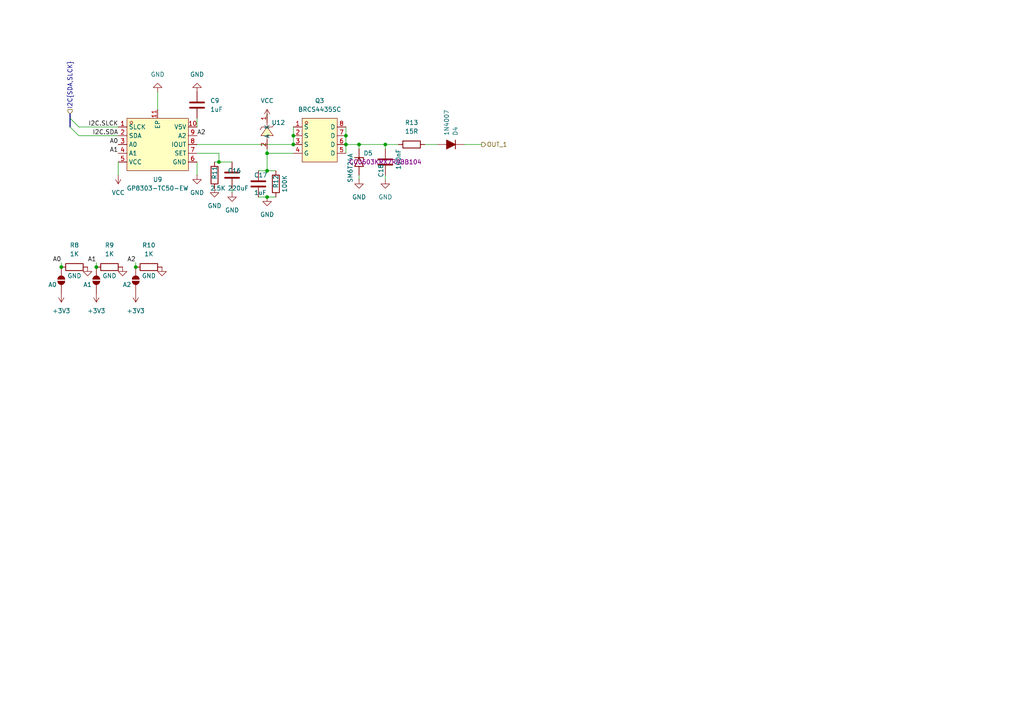
<source format=kicad_sch>
(kicad_sch (version 20250114) (generator "eeschema") (generator_version "9.0")
  (paper "A4")
  (lib_symbols
    (symbol "Diode:SM6T24A" (pin_numbers (hide yes)) (pin_names (offset 1.016) (hide yes))
      (property "Reference" "D" (at 0 2.54 0))
      (property "Value" "SM6T24A" (at 0 -2.54 0))
      (symbol "SM6T24A_0_1"
        (polyline (pts (xy -0.762 1.27) (xy -1.27 1.27) (xy -1.27 -1.27)) (stroke (width 0.254)))
        (polyline (pts (xy 1.27 1.27) (xy 1.27 -1.27) (xy -1.27 0) (xy 1.27 1.27)) (stroke (width 0.254)))
      )
      (symbol "SM6T24A_1_1"
        (pin passive line (at -3.81 0 0) (length 2.54) (name "A1") (number "1"))
        (pin passive line (at 3.81 0 180) (length 2.54) (name "A2") (number "2"))
      )
    )
    (symbol "Jumper:SolderJumper_2_Open" (pin_numbers (hide yes)) (pin_names (offset 0) (hide yes)) (exclude_from_sim yes) (in_bom no)
      (property "Reference" "JP" (at 0 2.032 0))
      (property "Value" "SolderJumper_2_Open" (at 0 -2.54 0))
      (symbol "SolderJumper_2_Open_0_1"
        (polyline (pts (xy -0.254 1.016) (xy -0.254 -1.016)))
        (arc (start -0.254 -1.016) (mid -1.2656 0) (end -0.254 1.016))
        (arc (start -0.254 -1.016) (mid -1.2656 0) (end -0.254 1.016) (fill (type outline)))
        (arc (start 0.254 1.016) (mid 1.2656 0) (end 0.254 -1.016))
        (arc (start 0.254 1.016) (mid 1.2656 0) (end 0.254 -1.016) (fill (type outline)))
        (polyline (pts (xy 0.254 1.016) (xy 0.254 -1.016)))
      )
      (symbol "SolderJumper_2_Open_1_1"
        (pin passive line (at -3.81 0 0) (length 2.54) (name "A") (number "1"))
        (pin passive line (at 3.81 0 180) (length 2.54) (name "B") (number "2"))
      )
    )
    (symbol "PCM_Capacitor_AKL:C_0603" (pin_numbers (hide yes)) (pin_names (offset 0.254))
      (property "Reference" "C" (at 0.635 2.54 0))
      (property "Value" "C_0603" (at 0.635 -2.54 0))
      (symbol "C_0603_0_1"
        (polyline (pts (xy -2.032 0.762) (xy 2.032 0.762)) (stroke (width 0.508)))
        (polyline (pts (xy -2.032 -0.762) (xy 2.032 -0.762)) (stroke (width 0.508)))
      )
      (symbol "C_0603_0_2"
        (polyline (pts (xy -2.54 -2.54) (xy -0.381 -0.381)))
        (polyline (pts (xy -0.508 -0.508) (xy -1.651 0.635)) (stroke (width 0.508)))
        (polyline (pts (xy -0.508 -0.508) (xy 0.635 -1.651)) (stroke (width 0.508)))
        (polyline (pts (xy 0.381 0.381) (xy 2.54 2.54)))
        (polyline (pts (xy 0.508 0.508) (xy -0.635 1.651)) (stroke (width 0.508)))
        (polyline (pts (xy 0.508 0.508) (xy 1.651 -0.635)) (stroke (width 0.508)))
      )
      (symbol "C_0603_1_1"
        (pin passive line (at 0 3.81 270) (length 2.794) (name "~") (number "1"))
        (pin passive line (at 0 -3.81 90) (length 2.794) (name "~") (number "2"))
      )
      (symbol "C_0603_1_2"
        (pin passive line (at -2.54 -2.54 90) (length 0) (name "~") (number "2"))
        (pin passive line (at 2.54 2.54 270) (length 0) (name "~") (number "1"))
      )
    )
    (symbol "PCM_Diode_AKL:1N4007" (pin_numbers (hide yes)) (pin_names (offset 1.016) (hide yes))
      (property "Reference" "D" (at 0 5.08 0))
      (property "Value" "1N4007" (at 0 2.54 0))
      (symbol "1N4007_0_1"
        (polyline (pts (xy -1.27 1.27) (xy -1.27 -1.27) (xy 1.27 0) (xy -1.27 1.27)) (stroke (width 0.254)) (fill (type outline)))
        (polyline (pts (xy -1.27 0) (xy 1.27 0)))
        (polyline (pts (xy 1.27 1.27) (xy 1.27 -1.27)) (stroke (width 0.254)))
      )
      (symbol "1N4007_0_2"
        (polyline (pts (xy -2.54 -2.54) (xy 2.54 2.54)))
        (polyline (pts (xy -0.889 -0.889) (xy -1.778 0) (xy 0.889 0.889) (xy 0 -1.778) (xy -0.889 -0.889)) (stroke (width 0.254)) (fill (type outline)))
        (polyline (pts (xy 0 1.778) (xy 1.778 0)) (stroke (width 0.254)))
      )
      (symbol "1N4007_1_1"
        (pin passive line (at -3.81 0 0) (length 2.54) (name "A") (number "2"))
        (pin passive line (at 3.81 0 180) (length 2.54) (name "K") (number "1"))
      )
      (symbol "1N4007_1_2"
        (pin passive line (at -2.54 -2.54 0) (length 0) (name "A") (number "2"))
        (pin passive line (at 2.54 2.54 180) (length 0) (name "K") (number "1"))
      )
    )
    (symbol "PCM_Resistor_AKL:R_0603" (pin_numbers (hide yes)) (pin_names (offset 0))
      (property "Reference" "R" (at 2.54 1.27 0))
      (property "Value" "R_0603" (at 2.54 -1.27 0))
      (symbol "R_0603_0_1"
        (rectangle (start -1.016 2.54) (end 1.016 -2.54) (stroke (width 0.254)))
      )
      (symbol "R_0603_0_2"
        (polyline (pts (xy -2.54 -2.54) (xy -1.524 -1.524)))
        (polyline (pts (xy 1.524 1.524) (xy 2.54 2.54)))
        (polyline (pts (xy 1.524 1.524) (xy 0.889 2.159) (xy -2.159 -0.889) (xy -0.889 -2.159) (xy 2.159 0.889) (xy 1.524 1.524)) (stroke (width 0.254)))
      )
      (symbol "R_0603_1_1"
        (pin passive line (at 0 3.81 270) (length 1.27) (name "~") (number "1"))
        (pin passive line (at 0 -3.81 90) (length 1.27) (name "~") (number "2"))
      )
      (symbol "R_0603_1_2"
        (pin passive line (at -2.54 -2.54 0) (length 0) (name "") (number "2"))
        (pin passive line (at 2.54 2.54 180) (length 0) (name "") (number "1"))
      )
    )
    (symbol "PCM_Resistor_AKL:R_1206" (pin_numbers (hide yes)) (pin_names (offset 0))
      (property "Reference" "R" (at 2.54 1.27 0))
      (property "Value" "R_1206" (at 2.54 -1.27 0))
      (symbol "R_1206_0_1"
        (rectangle (start -1.016 2.54) (end 1.016 -2.54) (stroke (width 0.254)))
      )
      (symbol "R_1206_0_2"
        (polyline (pts (xy -2.54 -2.54) (xy -1.524 -1.524)))
        (polyline (pts (xy 1.524 1.524) (xy 2.54 2.54)))
        (polyline (pts (xy 1.524 1.524) (xy 0.889 2.159) (xy -2.159 -0.889) (xy -0.889 -2.159) (xy 2.159 0.889) (xy 1.524 1.524)) (stroke (width 0.254)))
      )
      (symbol "R_1206_1_1"
        (pin passive line (at 0 3.81 270) (length 1.27) (name "~") (number "1"))
        (pin passive line (at 0 -3.81 90) (length 1.27) (name "~") (number "2"))
      )
      (symbol "R_1206_1_2"
        (pin passive line (at -2.54 -2.54 0) (length 0) (name "") (number "2"))
        (pin passive line (at 2.54 2.54 180) (length 0) (name "") (number "1"))
      )
    )
    (symbol "easyeda2kicad:BRCS4435SC"
      (property "Reference" "Q" (at 0 10.16 0))
      (property "Value" "BRCS4435SC" (at 0 -7.62 0))
      (symbol "BRCS4435SC_0_1"
        (rectangle (start -5.08 7.62) (end 5.08 -5.08) (fill (type background)))
        (circle (center -3.81 6.35) (radius 0.38))
        (pin unspecified line (at -7.62 5.08 0) (length 2.54) (name "S") (number "1"))
        (pin unspecified line (at -7.62 2.54 0) (length 2.54) (name "S") (number "2"))
        (pin unspecified line (at -7.62 0 0) (length 2.54) (name "S") (number "3"))
        (pin unspecified line (at -7.62 -2.54 0) (length 2.54) (name "G") (number "4"))
        (pin unspecified line (at 7.62 5.08 180) (length 2.54) (name "D") (number "8"))
        (pin unspecified line (at 7.62 2.54 180) (length 2.54) (name "D") (number "7"))
        (pin unspecified line (at 7.62 0 180) (length 2.54) (name "D") (number "6"))
        (pin unspecified line (at 7.62 -2.54 180) (length 2.54) (name "D") (number "5"))
      )
    )
    (symbol "easyeda2kicad:GP8303-TC50-EW"
      (property "Reference" "U" (at 0 15.24 0))
      (property "Value" "GP8303-TC50-EW" (at 0 -10.16 0))
      (symbol "GP8303-TC50-EW_0_1"
        (rectangle (start -8.89 7.62) (end 8.89 -7.62) (fill (type background)))
        (circle (center -7.62 6.35) (radius 0.38))
        (pin unspecified line (at -11.43 5.08 0) (length 2.54) (name "SLCK") (number "1"))
        (pin unspecified line (at -11.43 2.54 0) (length 2.54) (name "SDA") (number "2"))
        (pin unspecified line (at -11.43 0 0) (length 2.54) (name "A0") (number "3"))
        (pin unspecified line (at -11.43 -2.54 0) (length 2.54) (name "A1") (number "4"))
        (pin unspecified line (at -11.43 -5.08 0) (length 2.54) (name "VCC") (number "5"))
        (pin unspecified line (at 0 10.16 270) (length 2.54) (name "EP") (number "11"))
        (pin unspecified line (at 11.43 5.08 180) (length 2.54) (name "V5V") (number "10"))
        (pin unspecified line (at 11.43 2.54 180) (length 2.54) (name "A2") (number "9"))
        (pin unspecified line (at 11.43 0 180) (length 2.54) (name "IOUT") (number "8"))
        (pin unspecified line (at 11.43 -2.54 180) (length 2.54) (name "SET") (number "7"))
        (pin unspecified line (at 11.43 -5.08 180) (length 2.54) (name "GND") (number "6"))
      )
    )
    (symbol "easyeda2kicad:ZMM12V_C5345999"
      (property "Reference" "U" (at 0 5.08 0))
      (property "Value" "ZMM12V_C5345999" (at 0 -5.08 0))
      (symbol "ZMM12V_C5345999_0_1"
        (polyline (pts (xy -2.03 2.03) (xy -1.27 1.52) (xy -1.27 -1.52) (xy -0.51 -2.03)))
        (polyline (pts (xy -1.27 0) (xy -2.54 0)))
        (polyline (pts (xy 1.27 1.78) (xy -1.27 0) (xy 1.27 -1.78) (xy 1.27 1.78)) (fill (type background)))
        (polyline (pts (xy 2.54 0) (xy 1.27 0)))
        (pin unspecified line (at -5.08 0 0) (length 2.54) (name "K") (number "1"))
        (pin unspecified line (at 5.08 0 180) (length 2.54) (name "A") (number "2"))
      )
    )
    (symbol "power:+3V3" (power) (pin_numbers (hide yes)) (pin_names (offset 0) (hide yes))
      (property "Value" "+3V3" (at 0 3.556 0))
      (symbol "+3V3_0_1"
        (polyline (pts (xy -0.762 1.27) (xy 0 2.54)))
        (polyline (pts (xy 0 2.54) (xy 0.762 1.27)))
        (polyline (pts (xy 0 0) (xy 0 2.54)))
      )
      (symbol "+3V3_1_1"
        (pin power_in line (at 0 0 90) (length 0) (name "~") (number "1"))
      )
    )
    (symbol "power:GND" (power) (pin_numbers (hide yes)) (pin_names (offset 0) (hide yes))
      (property "Value" "GND" (at 0 -3.81 0))
      (symbol "GND_0_1"
        (polyline (pts (xy 0 0) (xy 0 -1.27) (xy 1.27 -1.27) (xy 0 -2.54) (xy -1.27 -1.27) (xy 0 -1.27)))
      )
      (symbol "GND_1_1"
        (pin power_in line (at 0 0 270) (length 0) (name "~") (number "1"))
      )
    )
    (symbol "power:VCC" (power) (pin_numbers (hide yes)) (pin_names (offset 0) (hide yes))
      (property "Value" "VCC" (at 0 3.556 0))
      (symbol "VCC_0_1"
        (polyline (pts (xy -0.762 1.27) (xy 0 2.54)))
        (polyline (pts (xy 0 2.54) (xy 0.762 1.27)))
        (polyline (pts (xy 0 0) (xy 0 2.54)))
      )
      (symbol "VCC_1_1"
        (pin power_in line (at 0 0 90) (length 0) (name "~") (number "1"))
      )
    )
  )
  (junction (at 17.78 77.47))
  (junction (at 111.76 41.91))
  (junction (at 104.14 41.91))
  (junction (at 39.37 77.47))
  (junction (at 100.33 41.91))
  (junction (at 85.09 41.91))
  (junction (at 77.47 44.45))
  (junction (at 77.47 57.15))
  (junction (at 77.47 49.53))
  (junction (at 100.33 39.37))
  (junction (at 27.94 77.47))
  (junction (at 63.5 46.99))
  (junction (at 85.09 39.37))
  (bus_entry (at 20.32 36.83) (size 2.54 2.54))
  (bus_entry (at 20.32 34.29) (size 2.54 2.54))
  (wire (pts (xy 104.14 52.07) (xy 104.14 50.8)))
  (wire (pts (xy 77.47 49.53) (xy 80.01 49.53)))
  (wire (pts (xy 34.29 46.99) (xy 34.29 50.8)))
  (wire (pts (xy 57.15 44.45) (xy 63.5 44.45)))
  (wire (pts (xy 134.62 41.91) (xy 139.7 41.91)))
  (bus (pts (xy 20.32 34.29) (xy 20.32 36.83)))
  (wire (pts (xy 115.57 41.91) (xy 111.76 41.91)))
  (wire (pts (xy 77.47 57.15) (xy 80.01 57.15)))
  (wire (pts (xy 63.5 46.99) (xy 63.5 44.45)))
  (wire (pts (xy 77.47 57.15) (xy 74.93 57.15)))
  (wire (pts (xy 45.72 26.67) (xy 45.72 31.75)))
  (wire (pts (xy 104.14 43.18) (xy 104.14 41.91)))
  (wire (pts (xy 22.86 39.37) (xy 34.29 39.37)))
  (wire (pts (xy 77.47 43.18) (xy 77.47 44.45)))
  (wire (pts (xy 17.78 76.2) (xy 17.78 77.47)))
  (wire (pts (xy 111.76 41.91) (xy 111.76 43.18)))
  (bus (pts (xy 20.32 33.02) (xy 20.32 34.29)))
  (wire (pts (xy 74.93 49.53) (xy 77.47 49.53)))
  (wire (pts (xy 39.37 76.2) (xy 39.37 77.47)))
  (wire (pts (xy 77.47 33.02) (xy 77.47 34.29)))
  (wire (pts (xy 63.5 46.99) (xy 67.31 46.99)))
  (wire (pts (xy 127 41.91) (xy 123.19 41.91)))
  (wire (pts (xy 22.86 36.83) (xy 34.29 36.83)))
  (wire (pts (xy 100.33 41.91) (xy 100.33 44.45)))
  (wire (pts (xy 85.09 39.37) (xy 85.09 41.91)))
  (wire (pts (xy 100.33 36.83) (xy 100.33 39.37)))
  (wire (pts (xy 100.33 41.91) (xy 104.14 41.91)))
  (wire (pts (xy 77.47 44.45) (xy 85.09 44.45)))
  (wire (pts (xy 104.14 41.91) (xy 111.76 41.91)))
  (wire (pts (xy 111.76 52.07) (xy 111.76 50.8)))
  (wire (pts (xy 67.31 54.61) (xy 67.31 55.88)))
  (wire (pts (xy 27.94 76.2) (xy 27.94 77.47)))
  (wire (pts (xy 77.47 44.45) (xy 77.47 49.53)))
  (wire (pts (xy 63.5 46.99) (xy 62.23 46.99)))
  (wire (pts (xy 100.33 39.37) (xy 100.33 41.91)))
  (wire (pts (xy 57.15 34.29) (xy 57.15 36.83)))
  (wire (pts (xy 85.09 36.83) (xy 85.09 39.37)))
  (wire (pts (xy 57.15 41.91) (xy 85.09 41.91)))
  (wire (pts (xy 57.15 50.8) (xy 57.15 46.99)))
  (label "I2C.SDA" (at 34.29 39.37 180))
  (label "A1" (at 27.94 76.2 180))
  (label "A1" (at 34.29 44.45 180))
  (label "A0" (at 34.29 41.91 180))
  (label "A2" (at 39.37 76.2 180))
  (label "I2C.SLCK" (at 34.29 36.83 180))
  (label "A2" (at 57.15 39.37 0))
  (label "A0" (at 17.78 76.2 180))
  (hierarchical_label "I2C{SDA,SLCK}" (shape input) (at 20.32 33.02 90))
  (hierarchical_label "OUT_1" (shape output) (at 139.7 41.91 0))
  (symbol (lib_id "power:GND") (at 111.76 52.07 0) (unit 1)
    (property "Reference" "#PWR074" (effects (hide yes)))
    (property "Value" "GND" (at 111.76 57.15 0))
    (property "Description" "Power symbol creates a global label with name \"GND\" , ground" (effects (hide yes)))
  )
  (symbol (lib_id "easyeda2kicad:BRCS4435SC") (at 92.71 41.91 0) (unit 1)
    (property "Reference" "Q3" (at 92.71 29.21 0))
    (property "Value" "BRCS4435SC" (at 92.71 31.75 0))
    (property "Footprint" "easyeda2kicad:SOP-8_L5.0-W4.0-P1.27-LS6.0-BL" (effects (hide yes)))
    (property "Datasheet" "https://lcsc.com/product-detail/MOSFET_BLUE-ROCKET-BRCS4435SC_C328568.html" (effects (hide yes)))
    (property "LCSC Part" "C328568" (effects (hide yes)))
  )
  (symbol (lib_id "PCM_Diode_AKL:1N4007") (at 130.81 41.91 0) (mirror x) (unit 1)
    (property "Reference" "D4" (at 132.0801 39.37 90) (effects (justify right)))
    (property "Value" "1N4007" (at 129.5401 39.37 90) (effects (justify right)))
    (property "Footprint" "Diode_SMD:D_SOD-123F" (effects (hide yes)))
    (property "Datasheet" "https://www.tme.eu/Document/5f8ffc5ac30fc86bac97d66040bf5502/1n400x.pdf" (effects (hide yes)))
    (property "Description" "DO-41 Diode, Rectifier, 1000V, 1A, Alternate KiCad Library" (effects (hide yes)))
    (property "PART NUMBERT" "1N4007W 46MIL" (effects (hide yes)))
  )
  (symbol (lib_id "PCM_Capacitor_AKL:C_0603") (at 57.15 30.48 0) (unit 1)
    (property "Reference" "C9" (at 60.96 29.2099 0) (effects (justify left)))
    (property "Value" "1uF" (at 60.96 31.7499 0) (effects (justify left)))
    (property "Footprint" "PCM_Capacitor_SMD_AKL:C_0603_1608Metric" (effects (hide yes)))
    (property "Description" "SMD 0603 MLCC capacitor, Alternate KiCad Library" (effects (hide yes)))
    (property "PART NUMBERT" "CL10A105KB8NNNC" (effects (hide yes)))
  )
  (symbol (lib_id "Jumper:SolderJumper_2_Open") (at 17.78 81.28 90) (unit 1) (in_bom no)
    (property "Reference" "JP2" (effects (hide yes)))
    (property "Value" "A0" (at 13.97 82.55 90) (effects (justify right)))
    (property "Footprint" "Jumper:SolderJumper-2_P1.3mm_Open_RoundedPad1.0x1.5mm" (effects (hide yes)))
    (property "Description" "Solder Jumper, 2-pole, open" (effects (hide yes)))
  )
  (symbol (lib_id "power:GND") (at 57.15 50.8 0) (unit 1)
    (property "Reference" "#PWR023" (effects (hide yes)))
    (property "Value" "GND" (at 57.15 55.88 0))
    (property "Description" "Power symbol creates a global label with name \"GND\" , ground" (effects (hide yes)))
  )
  (symbol (lib_id "power:+3V3") (at 39.37 85.09 180) (unit 1)
    (property "Reference" "#PWR064" (effects (hide yes)))
    (property "Value" "+3V3" (at 39.37 90.17 0))
    (property "Description" "Power symbol creates a global label with name \"+3V3\"" (effects (hide yes)))
  )
  (symbol (lib_id "easyeda2kicad:GP8303-TC50-EW") (at 45.72 41.91 0) (unit 1)
    (property "Reference" "U9" (at 45.72 52.07 0))
    (property "Value" "GP8303-TC50-EW" (at 45.72 54.61 0))
    (property "Footprint" "easyeda2kicad:ESOP-10_L4.9-W3.9-P1.00-LS6.1-BL-EP" (effects (hide yes)))
    (property "LCSC Part" "C3445809" (effects (hide yes)))
  )
  (symbol (lib_id "power:VCC") (at 77.47 34.29 0) (unit 1)
    (property "Reference" "#PWR072" (effects (hide yes)))
    (property "Value" "VCC" (at 77.47 29.21 0))
    (property "Description" "Power symbol creates a global label with name \"VCC\"" (effects (hide yes)))
  )
  (symbol (lib_id "power:GND") (at 104.14 52.07 0) (unit 1)
    (property "Reference" "#PWR073" (effects (hide yes)))
    (property "Value" "GND" (at 104.14 57.15 0))
    (property "Description" "Power symbol creates a global label with name \"GND\" , ground" (effects (hide yes)))
  )
  (symbol (lib_id "Jumper:SolderJumper_2_Open") (at 39.37 81.28 90) (unit 1) (in_bom no)
    (property "Reference" "JP4" (effects (hide yes)))
    (property "Value" "A2" (at 35.56 82.55 90) (effects (justify right)))
    (property "Footprint" "Jumper:SolderJumper-2_P1.3mm_Open_RoundedPad1.0x1.5mm" (effects (hide yes)))
    (property "Description" "Solder Jumper, 2-pole, open" (effects (hide yes)))
  )
  (symbol (lib_id "power:VCC") (at 34.29 50.8 180) (unit 1)
    (property "Reference" "#PWR014" (effects (hide yes)))
    (property "Value" "VCC" (at 34.29 55.88 0))
    (property "Description" "Power symbol creates a global label with name \"VCC\"" (effects (hide yes)))
  )
  (symbol (lib_id "PCM_Capacitor_AKL:C_0603") (at 74.93 53.34 0) (unit 1)
    (property "Reference" "C17" (at 73.66 50.8 0) (effects (justify left)))
    (property "Value" "1uF" (at 73.66 55.88 0) (effects (justify left)))
    (property "Footprint" "PCM_Capacitor_SMD_AKL:C_0603_1608Metric" (effects (hide yes)))
    (property "Description" "SMD 0603 MLCC capacitor, Alternate KiCad Library" (effects (hide yes)))
    (property "PART NUMBERT" "CL10A105KB8NNNC" (effects (hide yes)))
  )
  (symbol (lib_id "power:GND") (at 45.72 26.67 180) (unit 1)
    (property "Reference" "#PWR075" (effects (hide yes)))
    (property "Value" "GND" (at 45.72 21.59 0))
    (property "Description" "Power symbol creates a global label with name \"GND\" , ground" (effects (hide yes)))
  )
  (symbol (lib_id "power:GND") (at 67.31 55.88 0) (unit 1)
    (property "Reference" "#PWR070" (effects (hide yes)))
    (property "Value" "GND" (at 67.31 60.96 0))
    (property "Description" "Power symbol creates a global label with name \"GND\" , ground" (effects (hide yes)))
  )
  (symbol (lib_id "Diode:SM6T24A") (at 104.14 46.99 270) (unit 1)
    (property "Reference" "D5" (at 105.41 44.45 90) (effects (justify left)))
    (property "Value" "SM6T24A" (at 101.6 44.45 0) (effects (justify left)))
    (property "Footprint" "Diode_SMD:D_SMB" (effects (hide yes)))
    (property "Datasheet" "https://www.st.com/resource/en/datasheet/sm6t.pdf" (effects (hide yes)))
    (property "Description" "600W unidirectional Transil Transient Voltage Suppressor, 24Vrwm, DO-214AA" (effects (hide yes)))
  )
  (symbol (lib_id "power:GND") (at 25.4 77.47 0) (unit 1)
    (property "Reference" "#PWR065" (effects (hide yes)))
    (property "Value" "GND" (at 21.59 80.01 0))
    (property "Description" "Power symbol creates a global label with name \"GND\" , ground" (effects (hide yes)))
  )
  (symbol (lib_id "power:GND") (at 35.56 77.47 0) (unit 1)
    (property "Reference" "#PWR066" (effects (hide yes)))
    (property "Value" "GND" (at 31.75 80.01 0))
    (property "Description" "Power symbol creates a global label with name \"GND\" , ground" (effects (hide yes)))
  )
  (symbol (lib_id "PCM_Resistor_AKL:R_0603") (at 21.59 77.47 270) (unit 1)
    (property "Reference" "R8" (at 21.59 71.12 90))
    (property "Value" "1K" (at 21.59 73.66 90))
    (property "Footprint" "PCM_Resistor_SMD_AKL:R_1206_3216Metric_Pad1.30x1.75mm_HandSolder" (effects (hide yes)))
    (property "Description" "SMD 0603 Chip Resistor, European Symbol, Alternate KiCad Library" (effects (hide yes)))
    (property "PART NUMBERT" "CRCW12061K00FKEAHP" (effects (hide yes)))
  )
  (symbol (lib_id "easyeda2kicad:ZMM12V_C5345999") (at 77.47 38.1 270) (unit 1)
    (property "Reference" "U12" (at 78.74 35.56 90) (effects (justify left)))
    (property "Value" "ZMM12V_C5345999" (effects (hide yes)))
    (property "Footprint" "easyeda2kicad:LL-34_L3.5-W1.5-RD-2" (effects (hide yes)))
    (property "LCSC Part" "C5345999" (effects (hide yes)))
  )
  (symbol (lib_id "PCM_Capacitor_AKL:C_0603") (at 111.76 46.99 180) (unit 1)
    (property "Reference" "C18" (at 110.49 49.53 90))
    (property "Value" "100nF" (at 115.57 43.18 90) (effects (justify left)))
    (property "Footprint" "PCM_Capacitor_SMD_AKL:C_0603_1608Metric" (effects (hide yes)))
    (property "Description" "SMD 0603 MLCC capacitor, Alternate KiCad Library" (effects (hide yes)))
    (property "PART NUMBERT" "CC0603KRX7R9BB104" (at 111.76 46.99 0))
  )
  (symbol (lib_id "power:+3V3") (at 27.94 85.09 180) (unit 1)
    (property "Reference" "#PWR063" (effects (hide yes)))
    (property "Value" "+3V3" (at 27.94 90.17 0))
    (property "Description" "Power symbol creates a global label with name \"+3V3\"" (effects (hide yes)))
  )
  (symbol (lib_id "power:GND") (at 57.15 26.67 180) (unit 1)
    (property "Reference" "#PWR068" (effects (hide yes)))
    (property "Value" "GND" (at 57.15 21.59 0))
    (property "Description" "Power symbol creates a global label with name \"GND\" , ground" (effects (hide yes)))
  )
  (symbol (lib_id "power:+3V3") (at 17.78 85.09 180) (unit 1)
    (property "Reference" "#PWR024" (effects (hide yes)))
    (property "Value" "+3V3" (at 17.78 90.17 0))
    (property "Description" "Power symbol creates a global label with name \"+3V3\"" (effects (hide yes)))
  )
  (symbol (lib_id "PCM_Resistor_AKL:R_0603") (at 43.18 77.47 270) (unit 1)
    (property "Reference" "R10" (at 43.18 71.12 90))
    (property "Value" "1K" (at 43.18 73.66 90))
    (property "Footprint" "PCM_Resistor_SMD_AKL:R_1206_3216Metric_Pad1.30x1.75mm_HandSolder" (effects (hide yes)))
    (property "Description" "SMD 0603 Chip Resistor, European Symbol, Alternate KiCad Library" (effects (hide yes)))
    (property "PART NUMBERT" "CRCW12061K00FKEAHP" (effects (hide yes)))
  )
  (symbol (lib_id "PCM_Resistor_AKL:R_1206") (at 119.38 41.91 90) (unit 1)
    (property "Reference" "R13" (at 119.38 35.56 90))
    (property "Value" "15R" (at 119.38 38.1 90))
    (property "Footprint" "PCM_Resistor_SMD_AKL:R_1206_3216Metric" (effects (hide yes)))
    (property "Description" "SMD 1206 Chip Resistor, European Symbol, Alternate KiCad Library" (effects (hide yes)))
    (property "PART NUMBERT" "RC1206FR-0715RL" (effects (hide yes)))
  )
  (symbol (lib_id "PCM_Resistor_AKL:R_0603") (at 62.23 50.8 0) (unit 1)
    (property "Reference" "R11" (at 62.23 52.07 90) (effects (justify left)))
    (property "Value" "2.5K" (at 60.96 54.61 0) (effects (justify left)))
    (property "Footprint" "PCM_Resistor_SMD_AKL:R_0603_1608Metric" (effects (hide yes)))
    (property "Description" "SMD 0603 Chip Resistor, European Symbol, Alternate KiCad Library" (effects (hide yes)))
    (property "PART NUMBERT" "FRQ0805F2501TS" (effects (hide yes)))
  )
  (symbol (lib_id "PCM_Capacitor_AKL:C_0603") (at 67.31 50.8 0) (unit 1)
    (property "Reference" "C16" (at 66.04 49.53 0) (effects (justify left)))
    (property "Value" "220uF" (at 66.04 54.61 0) (effects (justify left)))
    (property "Footprint" "PCM_Capacitor_SMD_AKL:C_0603_1608Metric" (effects (hide yes)))
    (property "Description" "SMD 0603 MLCC capacitor, Alternate KiCad Library" (effects (hide yes)))
    (property "PART NUMBERT" "CC0603KRX7R9BB221" (effects (hide yes)))
  )
  (symbol (lib_id "PCM_Resistor_AKL:R_0603") (at 31.75 77.47 270) (unit 1)
    (property "Reference" "R9" (at 31.75 71.12 90))
    (property "Value" "1K" (at 31.75 73.66 90))
    (property "Footprint" "PCM_Resistor_SMD_AKL:R_1206_3216Metric_Pad1.30x1.75mm_HandSolder" (effects (hide yes)))
    (property "Description" "SMD 0603 Chip Resistor, European Symbol, Alternate KiCad Library" (effects (hide yes)))
    (property "PART NUMBERT" "CRCW12061K00FKEAHP" (effects (hide yes)))
  )
  (symbol (lib_id "power:GND") (at 46.99 77.47 0) (unit 1)
    (property "Reference" "#PWR067" (effects (hide yes)))
    (property "Value" "GND" (at 43.18 80.01 0))
    (property "Description" "Power symbol creates a global label with name \"GND\" , ground" (effects (hide yes)))
  )
  (symbol (lib_id "PCM_Resistor_AKL:R_0603") (at 80.01 53.34 0) (unit 1)
    (property "Reference" "R12" (at 80.01 54.61 90) (effects (justify left)))
    (property "Value" "100K" (at 82.55 55.88 90) (effects (justify left)))
    (property "Footprint" "PCM_Resistor_SMD_AKL:R_0603_1608Metric" (effects (hide yes)))
    (property "Description" "SMD 0603 Chip Resistor, European Symbol, Alternate KiCad Library" (effects (hide yes)))
    (property "PART NUMBERT" "RC0603FR-07100KL" (effects (hide yes)))
  )
  (symbol (lib_id "power:GND") (at 77.47 57.15 0) (unit 1)
    (property "Reference" "#PWR071" (effects (hide yes)))
    (property "Value" "GND" (at 77.47 62.23 0))
    (property "Description" "Power symbol creates a global label with name \"GND\" , ground" (effects (hide yes)))
  )
  (symbol (lib_id "power:GND") (at 62.23 54.61 0) (unit 1)
    (property "Reference" "#PWR069" (effects (hide yes)))
    (property "Value" "GND" (at 62.23 59.69 0))
    (property "Description" "Power symbol creates a global label with name \"GND\" , ground" (effects (hide yes)))
  )
  (symbol (lib_id "Jumper:SolderJumper_2_Open") (at 27.94 81.28 90) (unit 1) (in_bom no)
    (property "Reference" "JP3" (effects (hide yes)))
    (property "Value" "A1" (at 24.13 82.55 90) (effects (justify right)))
    (property "Footprint" "Jumper:SolderJumper-2_P1.3mm_Open_RoundedPad1.0x1.5mm" (effects (hide yes)))
    (property "Description" "Solder Jumper, 2-pole, open" (effects (hide yes)))
  )
)
</source>
